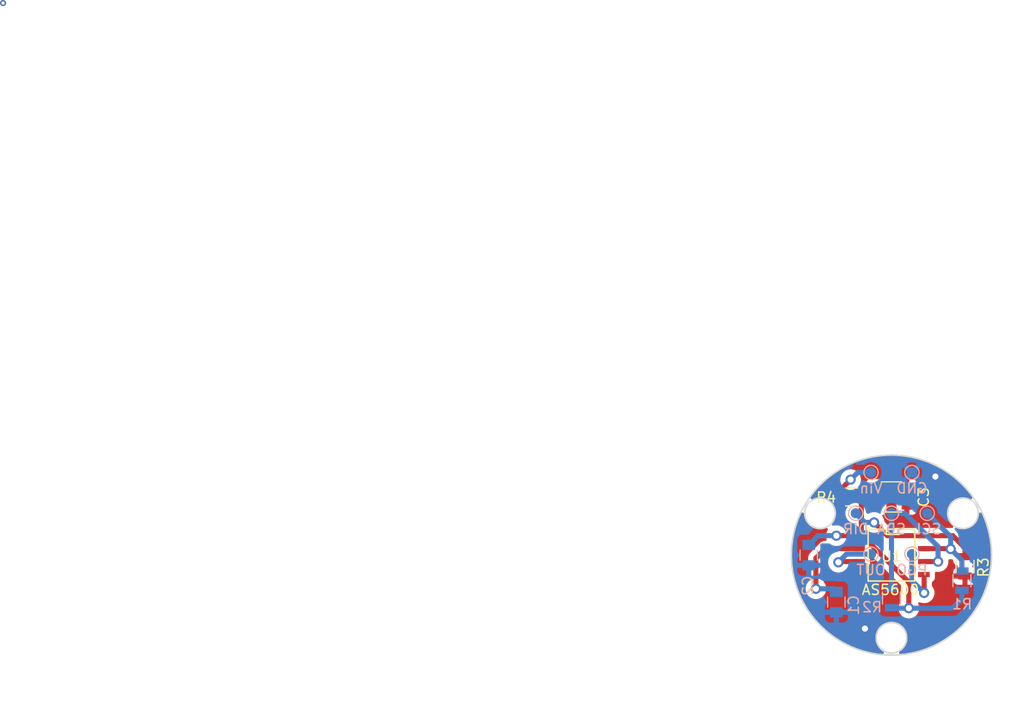
<source format=kicad_pcb>
(kicad_pcb (version 20240108) (generator "pcbnew") (generator_version "8.0")
  (title_block (title "AS5600 Breakout Board") (date "2018-08-18") (rev "1") (company "Kane Stoboi"))
  (layers (0 "F.Cu" signal) (31 "B.Cu" signal) (34 "B.Paste" user) (35 "F.Paste" user) (36 "B.SilkS" user "B.Silkscreen") (37 "F.SilkS" user "F.Silkscreen") (38 "B.Mask" user) (39 "F.Mask" user) (44 "Edge.Cuts" user))
  (net 0 "")
  (net 1 "GND")
  (net 2 "3.3V")
  (net 3 "5V")
  (net 4 "OUT")
  (net 5 "DIR")
  (net 6 "SCL")
  (net 7 "SDA")
  (net 8 "PGO")
  (net 9 "VIN")
  (footprint "SMD_Packages:SOIC-8-N" (layer "F.Cu") (at 87 54.1 -90)
    (property "Reference" "U1" (at 0.127 0 0) (layer "F.SilkS"))
    (property "Value" "AS5600" (at 3.4 0.1 0) (layer "F.SilkS"))
    (fp_line (start -2.54 2.286) (end -2.54 -2.286) (stroke (width 0.15)) (layer "F.SilkS"))
    (fp_line (start 2.54 2.286) (end -2.54 2.286) (stroke (width 0.15)) (layer "F.SilkS"))
    (fp_line (start -2.032 0.508) (end -2.54 0.508) (stroke (width 0.15)) (layer "F.SilkS"))
    (fp_line (start -2.54 -0.762) (end -2.032 -0.762) (stroke (width 0.15)) (layer "F.SilkS"))
    (fp_line (start -2.032 -0.762) (end -2.032 0.508) (stroke (width 0.15)) (layer "F.SilkS"))
    (fp_line (start -2.54 -2.286) (end 2.54 -2.286) (stroke (width 0.15)) (layer "F.SilkS"))
    (fp_line (start 2.54 -2.286) (end 2.54 2.286) (stroke (width 0.15)) (layer "F.SilkS"))
    (pad "1" smd rect (at -1.905 3.175 270) (size 0.508 1.143) (layers "F.Cu" "F.Paste" "F.Mask") (net 3 "5V"))
    (pad "2" smd rect (at -0.635 3.175 270) (size 0.508 1.143) (layers "F.Cu" "F.Paste" "F.Mask") (net 2 "3.3V"))
    (pad "3" smd rect (at 0.635 3.175 270) (size 0.508 1.143) (layers "F.Cu" "F.Paste" "F.Mask") (net 4 "OUT"))
    (pad "4" smd rect (at 1.905 3.175 270) (size 0.508 1.143) (layers "F.Cu" "F.Paste" "F.Mask") (net 1 "GND"))
    (pad "5" smd rect (at 1.905 -3.175 270) (size 0.508 1.143) (layers "F.Cu" "F.Paste" "F.Mask") (net 8 "PGO"))
    (pad "6" smd rect (at 0.635 -3.175 270) (size 0.508 1.143) (layers "F.Cu" "F.Paste" "F.Mask") (net 7 "SDA"))
    (pad "7" smd rect (at -0.635 -3.175 270) (size 0.508 1.143) (layers "F.Cu" "F.Paste" "F.Mask") (net 6 "SCL"))
    (pad "8" smd rect (at -1.905 -3.175 270) (size 0.508 1.143) (layers "F.Cu" "F.Paste" "F.Mask") (net 5 "DIR"))
  )
  (footprint "VIA-0.6mm" (layer "F.Cu") (at 0 0)
    (property "Reference" "REF**" (hide yes))
    (property "Value" "VIA-0.6mm" (hide yes))
    (pad "1" thru_hole circle (at 0 0) (size 0.6 0.6) (drill 0.3) (layers "*.Cu"))
  )
  (footprint "Capacitors_SMD:C_1210" (layer "F.Cu") (at 87 48.4 180)
    (property "Reference" "C3" (at -3.1496 -0.0254 270) (layer "F.SilkS"))
    (property "Value" "100uF")
    (fp_line (start 1 -1.48) (end -1 -1.48) (stroke (width 0.12)) (layer "F.SilkS"))
    (fp_line (start -1 1.48) (end 1 1.48) (stroke (width 0.12)) (layer "F.SilkS"))
    (pad "1" smd rect (at -1.5 0 180) (size 1 2.5) (layers "F.Cu" "F.Paste" "F.Mask") (net 1 "GND"))
    (pad "2" smd rect (at 1.5 0 180) (size 1 2.5) (layers "F.Cu" "F.Paste" "F.Mask") (net 3 "5V"))
  )
  (footprint "Resistors_SMD:R_0805" (layer "F.Cu") (at 83.1 48.4 180)
    (property "Reference" "R4" (at 2.4892 -0.0508 180) (layer "F.SilkS"))
    (property "Value" "1.6k")
    (fp_line (start 0.6 0.88) (end -0.6 0.88) (stroke (width 0.12)) (layer "F.SilkS"))
    (fp_line (start -0.6 -0.88) (end 0.6 -0.88) (stroke (width 0.12)) (layer "F.SilkS"))
    (pad "1" smd rect (at -0.95 0 180) (size 0.7 1.3) (layers "F.Cu" "F.Paste" "F.Mask") (net 3 "5V"))
    (pad "2" smd rect (at 0.95 0 180) (size 0.7 1.3) (layers "F.Cu" "F.Paste" "F.Mask") (net 9 "VIN"))
  )
  (footprint "Resistors_SMD:R_0805" (layer "F.Cu") (at 94.2 55.2 90)
    (property "Reference" "R3" (at -0.1 1.8 270) (layer "F.SilkS"))
    (property "Value" "4.7k")
    (fp_line (start -0.6 -0.88) (end 0.6 -0.88) (stroke (width 0.12)) (layer "F.SilkS"))
    (fp_line (start 0.6 0.88) (end -0.6 0.88) (stroke (width 0.12)) (layer "F.SilkS"))
    (pad "1" smd rect (at -0.95 0 90) (size 0.7 1.3) (layers "F.Cu" "F.Paste" "F.Mask") (net 1 "GND"))
    (pad "2" smd rect (at 0.95 0 90) (size 0.7 1.3) (layers "F.Cu" "F.Paste" "F.Mask") (net 5 "DIR"))
  )
  (footprint "Capacitors_SMD:C_0805" (layer "B.Cu") (at 81.6 58.7 90)
    (property "Reference" "C1" (at -0.3 1.7 270) (layer "B.SilkS") (effects (justify mirror)))
    (property "Value" "1uF")
    (fp_line (start 0.5 -0.85) (end -0.5 -0.85) (stroke (width 0.12)) (layer "B.SilkS"))
    (fp_line (start -0.5 0.85) (end 0.5 0.85) (stroke (width 0.12)) (layer "B.SilkS"))
    (pad "1" smd rect (at -1 0 90) (size 1 1.25) (layers "B.Cu" "B.Paste" "B.Mask") (net 1 "GND"))
    (pad "2" smd rect (at 1 0 90) (size 1 1.25) (layers "B.Cu" "B.Paste" "B.Mask") (net 2 "3.3V"))
  )
  (footprint "Capacitors_SMD:C_0805" (layer "B.Cu") (at 78.9 54.1 -90)
    (property "Reference" "C2" (at 3 0.1 90) (layer "B.SilkS") (effects (justify mirror)))
    (property "Value" "100nF")
    (fp_line (start -0.5 0.85) (end 0.5 0.85) (stroke (width 0.12)) (layer "B.SilkS"))
    (fp_line (start 0.5 -0.85) (end -0.5 -0.85) (stroke (width 0.12)) (layer "B.SilkS"))
    (pad "1" smd rect (at -1 0 270) (size 1 1.25) (layers "B.Cu" "B.Paste" "B.Mask") (net 3 "5V"))
    (pad "2" smd rect (at 1 0 270) (size 1 1.25) (layers "B.Cu" "B.Paste" "B.Mask") (net 1 "GND"))
  )
  (footprint "Resistors_SMD:R_0805" (layer "B.Cu") (at 93.9 56.6 90)
    (property "Reference" "R1" (at -2.3114 0.0254 360) (layer "B.SilkS") (effects (justify mirror)))
    (property "Value" "4.7k")
    (fp_line (start -0.6 -0.88) (end 0.6 -0.88) (stroke (width 0.12)) (layer "B.SilkS"))
    (fp_line (start 0.6 0.88) (end -0.6 0.88) (stroke (width 0.12)) (layer "B.SilkS"))
    (pad "1" smd rect (at -0.95 0 90) (size 0.7 1.3) (layers "B.Cu" "B.Paste" "B.Mask") (net 3 "5V"))
    (pad "2" smd rect (at 0.95 0 90) (size 0.7 1.3) (layers "B.Cu" "B.Paste" "B.Mask") (net 6 "SCL"))
  )
  (footprint "Resistors_SMD:R_0805" (layer "B.Cu") (at 87 58.3 90)
    (property "Reference" "R2" (at -0.9 -1.9 360) (layer "B.SilkS") (effects (justify mirror)))
    (property "Value" "4.7k")
    (fp_line (start -0.6 -0.88) (end 0.6 -0.88) (stroke (width 0.12)) (layer "B.SilkS"))
    (fp_line (start 0.6 0.88) (end -0.6 0.88) (stroke (width 0.12)) (layer "B.SilkS"))
    (pad "1" smd rect (at -0.95 0 90) (size 0.7 1.3) (layers "B.Cu" "B.Paste" "B.Mask") (net 3 "5V"))
    (pad "2" smd rect (at 0.95 0 90) (size 0.7 1.3) (layers "B.Cu" "B.Paste" "B.Mask") (net 7 "SDA"))
  )
  (footprint "TestPoint:TestPoint_Pad_D1.0mm" (layer "B.Cu") (at 85 54 180)
    (property "Reference" "TP3" (hide yes))
    (property "Value" "OUT" (at 0 -1.55 180) (layer "B.SilkS") (effects (justify mirror)))
    (fp_circle (center 0 0) (end 0 -0.7) (stroke (width 0.12)) (fill none) (layer "B.SilkS"))
    (pad "1" smd circle (at 0 0 180) (size 1 1) (layers "B.Cu" "B.Mask") (net 4 "OUT"))
  )
  (footprint "TestPoint:TestPoint_Pad_D1.0mm" (layer "B.Cu") (at 85 46 180)
    (property "Reference" "TP1" (hide yes))
    (property "Value" "Vin" (at 0 -1.55 180) (layer "B.SilkS") (effects (justify mirror)))
    (fp_circle (center 0 0) (end 0 -0.7) (stroke (width 0.12)) (fill none) (layer "B.SilkS"))
    (pad "1" smd circle (at 0 0 180) (size 1 1) (layers "B.Cu" "B.Mask") (net 9 "VIN"))
  )
  (footprint "TestPoint:TestPoint_Pad_D1.0mm" (layer "B.Cu") (at 87 50 180)
    (property "Reference" "TP6" (hide yes))
    (property "Value" "SDA" (at 0 -1.55 180) (layer "B.SilkS") (effects (justify mirror)))
    (fp_circle (center 0 0) (end 0 -0.7) (stroke (width 0.12)) (fill none) (layer "B.SilkS"))
    (pad "1" smd circle (at 0 0 180) (size 1 1) (layers "B.Cu" "B.Mask") (net 7 "SDA"))
  )
  (footprint "TestPoint:TestPoint_Pad_D1.0mm" (layer "B.Cu") (at 90.5 50 180)
    (property "Reference" "TP5" (hide yes))
    (property "Value" "SCL" (at 0 -1.55 180) (layer "B.SilkS") (effects (justify mirror)))
    (fp_circle (center 0 0) (end 0 -0.7) (stroke (width 0.12)) (fill none) (layer "B.SilkS"))
    (pad "1" smd circle (at 0 0 180) (size 1 1) (layers "B.Cu" "B.Mask") (net 6 "SCL"))
  )
  (footprint "TestPoint:TestPoint_Pad_D1.0mm" (layer "B.Cu") (at 89 54 180)
    (property "Reference" "TP7" (hide yes))
    (property "Value" "PGO" (at 0 -1.55 180) (layer "B.SilkS") (effects (justify mirror)))
    (fp_circle (center 0 0) (end 0 -0.7) (stroke (width 0.12)) (fill none) (layer "B.SilkS"))
    (pad "1" smd circle (at 0 0 180) (size 1 1) (layers "B.Cu" "B.Mask") (net 8 "PGO"))
  )
  (footprint "TestPoint:TestPoint_Pad_D1.0mm" (layer "B.Cu") (at 89 46 180)
    (property "Reference" "TP2" (hide yes))
    (property "Value" "GND" (at 0 -1.55 180) (layer "B.SilkS") (effects (justify mirror)))
    (fp_circle (center 0 0) (end 0 -0.7) (stroke (width 0.12)) (fill none) (layer "B.SilkS"))
    (pad "1" smd circle (at 0 0 180) (size 1 1) (layers "B.Cu" "B.Mask") (net 1 "GND"))
  )
  (footprint "TestPoint:TestPoint_Pad_D1.0mm" (layer "B.Cu") (at 83.5 50 180)
    (property "Reference" "TP4" (hide yes))
    (property "Value" "DIR" (at 0 -1.55 180) (layer "B.SilkS") (effects (justify mirror)))
    (fp_circle (center 0 0) (end 0 -0.7) (stroke (width 0.12)) (fill none) (layer "B.SilkS"))
    (pad "1" smd circle (at 0 0 180) (size 1 1) (layers "B.Cu" "B.Mask") (net 5 "DIR"))
  )
  (gr_circle (center 94 50) (end 95.5 50) (stroke (width 0.15)) (fill none) (layer "Edge.Cuts"))
  (gr_circle (center 87 54.1) (end 96.8 54.1) (stroke (width 0.15)) (fill none) (layer "Edge.Cuts"))
  (gr_circle (center 87 62.2) (end 88.5 62.2) (stroke (width 0.15)) (fill none) (layer "Edge.Cuts"))
  (gr_circle (center 80 50) (end 81.5 50) (stroke (width 0.15)) (fill none) (layer "Edge.Cuts"))
  (via (at 91.3 46.4) (size 1) (drill 0.6) (layers "F.Cu" "B.Cu") (net 1))
  (via (at 84.4 61.3) (size 1) (drill 0.6) (layers "F.Cu" "B.Cu") (net 1))
  (segment (start 79.6 54.4) (end 79.6 57.4) (width 0.5) (layer "F.Cu") (net 2))
  (segment (start 83.825 53.465) (end 80.535 53.465) (width 0.5) (layer "F.Cu") (net 2))
  (segment (start 80.535 53.465) (end 79.6 54.4) (width 0.5) (layer "F.Cu") (net 2))
  (via (at 79.6 57.4) (size 1) (drill 0.6) (layers "F.Cu" "B.Cu") (net 2))
  (segment (start 81.3 57.4) (end 81.6 57.7) (width 0.5) (layer "B.Cu") (net 2))
  (segment (start 79.6 57.4) (end 81.3 57.4) (width 0.5) (layer "B.Cu") (net 2))
  (segment (start 84.05 48.4) (end 85.5 48.4) (width 0.5) (layer "F.Cu") (net 3))
  (segment (start 84.05 51.97) (end 83.825 52.195) (width 0.5) (layer "F.Cu") (net 3))
  (segment (start 84.05 48.4) (end 84.05 51.97) (width 0.5) (layer "F.Cu") (net 3))
  (segment (start 88.7 56.7525) (end 84.1425 52.195) (width 0.5) (layer "F.Cu") (net 3))
  (segment (start 84.1425 52.195) (end 83.825 52.195) (width 0.5) (layer "F.Cu") (net 3))
  (segment (start 88.7 59.3) (end 88.7 56.7525) (width 0.5) (layer "F.Cu") (net 3))
  (segment (start 83.825 52.195) (end 81.605 52.195) (width 0.5) (layer "F.Cu") (net 3))
  (via (at 88.7 59.3) (size 1) (drill 0.6) (layers "F.Cu" "B.Cu") (net 3))
  (via (at 81.605 52.195) (size 1) (drill 0.6) (layers "F.Cu" "B.Cu") (net 3))
  (segment (start 93.9 57.55) (end 93.9 58.4) (width 0.5) (layer "B.Cu") (net 3))
  (segment (start 93 59.3) (end 87.05 59.3) (width 0.5) (layer "B.Cu") (net 3))
  (segment (start 93.9 58.4) (end 93 59.3) (width 0.5) (layer "B.Cu") (net 3))
  (segment (start 79.805 52.195) (end 78.9 53.1) (width 0.5) (layer "B.Cu") (net 3))
  (segment (start 81.605 52.195) (end 79.805 52.195) (width 0.5) (layer "B.Cu") (net 3))
  (segment (start 87.05 59.3) (end 87 59.25) (width 0.5) (layer "B.Cu") (net 3))
  (segment (start 81.865 54.735) (end 83.825 54.735) (width 0.5) (layer "F.Cu") (net 4))
  (segment (start 81.8 54.8) (end 81.865 54.735) (width 0.5) (layer "F.Cu") (net 4))
  (via (at 81.8 54.8) (size 1) (drill 0.6) (layers "F.Cu" "B.Cu") (net 4))
  (segment (start 81.8 54.8) (end 82.6 54) (width 0.5) (layer "B.Cu") (net 4))
  (segment (start 82.6 54) (end 85 54) (width 0.5) (layer "B.Cu") (net 4))
  (segment (start 86.595 52.195) (end 85.3 50.9) (width 0.5) (layer "F.Cu") (net 5))
  (segment (start 92.995 52.195) (end 90.175 52.195) (width 0.5) (layer "F.Cu") (net 5))
  (segment (start 94.2 54.25) (end 94.2 53.4) (width 0.5) (layer "F.Cu") (net 5))
  (segment (start 85.3 50.9) (end 85.4 50.9) (width 0.5) (layer "F.Cu") (net 5))
  (segment (start 94.2 53.4) (end 92.995 52.195) (width 0.5) (layer "F.Cu") (net 5))
  (segment (start 90.175 52.195) (end 86.595 52.195) (width 0.5) (layer "F.Cu") (net 5))
  (via (at 85.3 50.9) (size 1) (drill 0.6) (layers "F.Cu" "B.Cu") (net 5))
  (segment (start 85.3 50.9) (end 84.4 50.9) (width 0.5) (layer "B.Cu") (net 5))
  (segment (start 84.4 50.9) (end 83.5 50) (width 0.5) (layer "B.Cu") (net 5))
  (segment (start 92.8 53.5) (end 92.765 53.465) (width 0.5) (layer "F.Cu") (net 6))
  (segment (start 92.765 53.465) (end 90.175 53.465) (width 0.5) (layer "F.Cu") (net 6))
  (via (at 92.8 53.5) (size 1) (drill 0.6) (layers "F.Cu" "B.Cu") (net 6))
  (segment (start 93.9 54.6) (end 92.8 53.5) (width 0.5) (layer "B.Cu") (net 6))
  (segment (start 92.8 53.5) (end 92.8 52.3) (width 0.5) (layer "B.Cu") (net 6))
  (segment (start 92.8 52.3) (end 90.5 50) (width 0.5) (layer "B.Cu") (net 6))
  (segment (start 93.9 55.65) (end 93.9 54.6) (width 0.5) (layer "B.Cu") (net 6))
  (segment (start 91.565 54.735) (end 90.175 54.735) (width 0.5) (layer "F.Cu") (net 7))
  (via (at 91.565 54.735) (size 1) (drill 0.6) (layers "F.Cu" "B.Cu") (net 7))
  (segment (start 91.565 53.265) (end 88.3 50) (width 0.5) (layer "B.Cu") (net 7))
  (segment (start 88.3 50) (end 87 50) (width 0.5) (layer "B.Cu") (net 7))
  (segment (start 87 57.35) (end 87 50) (width 0.5) (layer "B.Cu") (net 7))
  (segment (start 91.565 54.735) (end 91.565 53.265) (width 0.5) (layer "B.Cu") (net 7))
  (segment (start 90.2 57.8) (end 90.2 56.03) (width 0.5) (layer "F.Cu") (net 8))
  (segment (start 90.2 56.03) (end 90.175 56.005) (width 0.5) (layer "F.Cu") (net 8))
  (via (at 90.2 57.8) (size 1) (drill 0.6) (layers "F.Cu" "B.Cu") (net 8))
  (segment (start 89 56.6) (end 90.2 57.8) (width 0.5) (layer "B.Cu") (net 8))
  (segment (start 89 54) (end 89 56.6) (width 0.5) (layer "B.Cu") (net 8))
  (segment (start 83 46.7) (end 82.15 47.55) (width 0.5) (layer "F.Cu") (net 9))
  (segment (start 82.15 47.55) (end 82.15 48.4) (width 0.5) (layer "F.Cu") (net 9))
  (via (at 83 46.7) (size 1) (drill 0.6) (layers "F.Cu" "B.Cu") (net 9))
  (segment (start 83 46.7) (end 83.7 46) (width 0.5) (layer "B.Cu") (net 9))
  (segment (start 83.7 46) (end 85 46) (width 0.5) (layer "B.Cu") (net 9))
  (zone (net 1) (net_name "GND") (layer "F.Cu") (priority 1) (connect_pads (clearance 0.508)) (min_thickness 0.25) (fill yes (thermal_gap 0.5) (thermal_bridge_width 0.5))
    (polygon (pts (xy 70 40) (xy 100 40) (xy 100 70) (xy 70 70)))
  )
  (zone (net 1) (net_name "GND") (layer "B.Cu") (connect_pads (clearance 0.508)) (min_thickness 0.25) (fill yes (thermal_gap 0.5) (thermal_bridge_width 0.5))
    (polygon (pts (xy 70 40) (xy 100 40) (xy 100 70) (xy 70 70)))
  )
)
</source>
